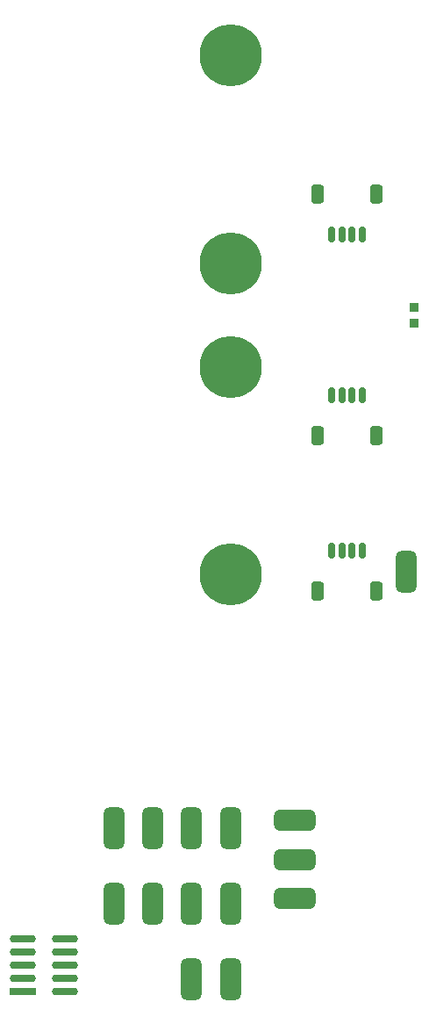
<source format=gbr>
%TF.GenerationSoftware,KiCad,Pcbnew,7.0.6*%
%TF.CreationDate,2023-08-09T14:48:52+09:30*%
%TF.ProjectId,backplane,6261636b-706c-4616-9e65-2e6b69636164,V1.0*%
%TF.SameCoordinates,Original*%
%TF.FileFunction,Paste,Bot*%
%TF.FilePolarity,Positive*%
%FSLAX46Y46*%
G04 Gerber Fmt 4.6, Leading zero omitted, Abs format (unit mm)*
G04 Created by KiCad (PCBNEW 7.0.6) date 2023-08-09 14:48:52*
%MOMM*%
%LPD*%
G01*
G04 APERTURE LIST*
G04 Aperture macros list*
%AMRoundRect*
0 Rectangle with rounded corners*
0 $1 Rounding radius*
0 $2 $3 $4 $5 $6 $7 $8 $9 X,Y pos of 4 corners*
0 Add a 4 corners polygon primitive as box body*
4,1,4,$2,$3,$4,$5,$6,$7,$8,$9,$2,$3,0*
0 Add four circle primitives for the rounded corners*
1,1,$1+$1,$2,$3*
1,1,$1+$1,$4,$5*
1,1,$1+$1,$6,$7*
1,1,$1+$1,$8,$9*
0 Add four rect primitives between the rounded corners*
20,1,$1+$1,$2,$3,$4,$5,0*
20,1,$1+$1,$4,$5,$6,$7,0*
20,1,$1+$1,$6,$7,$8,$9,0*
20,1,$1+$1,$8,$9,$2,$3,0*%
G04 Aperture macros list end*
%ADD10RoundRect,0.500000X0.500000X1.500000X-0.500000X1.500000X-0.500000X-1.500000X0.500000X-1.500000X0*%
%ADD11RoundRect,0.500000X-0.500000X-1.500000X0.500000X-1.500000X0.500000X1.500000X-0.500000X1.500000X0*%
%ADD12RoundRect,0.249600X-0.350400X-0.650400X0.350400X-0.650400X0.350400X0.650400X-0.350400X0.650400X0*%
%ADD13RoundRect,0.150000X-0.150000X-0.625000X0.150000X-0.625000X0.150000X0.625000X-0.150000X0.625000X0*%
%ADD14RoundRect,0.227500X0.237500X-0.227500X0.237500X0.227500X-0.237500X0.227500X-0.237500X-0.227500X0*%
%ADD15C,6.000000*%
%ADD16R,2.500000X0.750000*%
%ADD17O,2.500000X0.750000*%
%ADD18RoundRect,0.500000X-1.500000X0.500000X-1.500000X-0.500000X1.500000X-0.500000X1.500000X0.500000X0*%
%ADD19RoundRect,0.249600X0.350400X0.650400X-0.350400X0.650400X-0.350400X-0.650400X0.350400X-0.650400X0*%
%ADD20RoundRect,0.150000X0.150000X0.625000X-0.150000X0.625000X-0.150000X-0.625000X0.150000X-0.625000X0*%
G04 APERTURE END LIST*
D10*
%TO.C,P18*%
X119250000Y-143000000D03*
%TD*%
%TO.C,P17*%
X123000000Y-143000000D03*
%TD*%
D11*
%TO.C,P14*%
X123000000Y-128500000D03*
%TD*%
D12*
%TO.C,P2*%
X131450000Y-67375000D03*
X137050000Y-67375000D03*
D13*
X132750000Y-71250000D03*
X133750000Y-71250000D03*
X134750000Y-71250000D03*
X135750000Y-71250000D03*
%TD*%
D14*
%TO.C,D1*%
X140750000Y-78240000D03*
X140750000Y-79760000D03*
%TD*%
D15*
%TO.C,MNT4*%
X123000000Y-104000000D03*
%TD*%
D11*
%TO.C,P8*%
X115500000Y-135750000D03*
%TD*%
D15*
%TO.C,MNT7*%
X123000000Y-54000000D03*
%TD*%
D16*
%TO.C,X2*%
X103000000Y-144250000D03*
D17*
X107000000Y-144250000D03*
X103000000Y-142980000D03*
X107000000Y-142980000D03*
X103000000Y-141710000D03*
X107000000Y-141710000D03*
X103000000Y-140440000D03*
X107000000Y-140440000D03*
X103000000Y-139170000D03*
X107000000Y-139170000D03*
%TD*%
D11*
%TO.C,P9*%
X111750000Y-135750000D03*
%TD*%
D18*
%TO.C,P5*%
X129250000Y-135250000D03*
%TD*%
D11*
%TO.C,P12*%
X119250000Y-128500000D03*
%TD*%
D15*
%TO.C,MNT6*%
X123000000Y-84000000D03*
%TD*%
D11*
%TO.C,P11*%
X111750000Y-128500000D03*
%TD*%
D18*
%TO.C,P16*%
X129250000Y-131500000D03*
%TD*%
D15*
%TO.C,MNT5*%
X123000000Y-74000000D03*
%TD*%
D19*
%TO.C,P3*%
X137050000Y-90625000D03*
X131450000Y-90625000D03*
D20*
X135750000Y-86750000D03*
X134750000Y-86750000D03*
X133750000Y-86750000D03*
X132750000Y-86750000D03*
%TD*%
D18*
%TO.C,P15*%
X129250000Y-127750000D03*
%TD*%
D11*
%TO.C,P1*%
X140000000Y-103750000D03*
%TD*%
%TO.C,P13*%
X115500000Y-128500000D03*
%TD*%
D19*
%TO.C,P4*%
X137050000Y-105625000D03*
X131450000Y-105625000D03*
D20*
X135750000Y-101750000D03*
X134750000Y-101750000D03*
X133750000Y-101750000D03*
X132750000Y-101750000D03*
%TD*%
D11*
%TO.C,P7*%
X119250000Y-135750000D03*
%TD*%
%TO.C,P6*%
X123000000Y-135750000D03*
%TD*%
M02*

</source>
